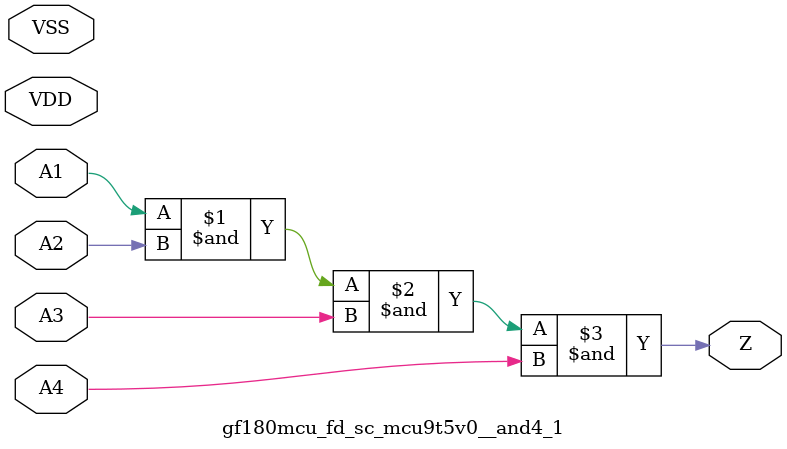
<source format=v>

module gf180mcu_fd_sc_mcu9t5v0__and4_1( A1, A2, A3, A4, Z, VDD, VSS );
input A1, A2, A3, A4;
inout VDD, VSS;
output Z;

	and MGM_BG_0( Z, A1, A2, A3, A4 );

endmodule

</source>
